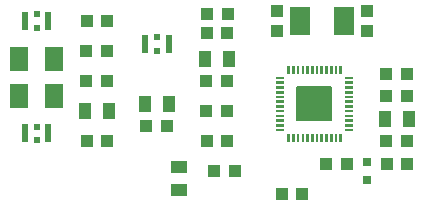
<source format=gbr>
G04 EAGLE Gerber X2 export*
%TF.Part,Single*%
%TF.FileFunction,Paste,Top*%
%TF.FilePolarity,Positive*%
%TF.GenerationSoftware,Autodesk,EAGLE,9.0.0*%
%TF.CreationDate,2018-05-01T00:51:56Z*%
G75*
%MOMM*%
%FSLAX34Y34*%
%LPD*%
%AMOC8*
5,1,8,0,0,1.08239X$1,22.5*%
G01*
%ADD10R,1.100000X1.400000*%
%ADD11R,1.000000X1.100000*%
%ADD12R,1.050000X1.080000*%
%ADD13R,1.400000X1.100000*%
%ADD14R,0.600000X1.600000*%
%ADD15R,0.600000X0.600000*%
%ADD16R,0.800000X0.800000*%
%ADD17R,1.500000X2.000000*%
%ADD18C,0.150000*%
%ADD19C,0.060000*%
%ADD20R,1.700000X2.400000*%


D10*
X440850Y101600D03*
X460850Y101600D03*
D11*
X425450Y175650D03*
X425450Y192650D03*
D12*
X256400Y95250D03*
X238900Y95250D03*
D13*
X266700Y60800D03*
X266700Y40800D03*
D12*
X307454Y174244D03*
X289954Y174244D03*
D10*
X206850Y107950D03*
X186850Y107950D03*
D12*
X205600Y133350D03*
X188100Y133350D03*
X391300Y63500D03*
X408800Y63500D03*
X307200Y107950D03*
X289700Y107950D03*
X442100Y139700D03*
X459600Y139700D03*
X296050Y57150D03*
X313550Y57150D03*
D10*
X308450Y152400D03*
X288450Y152400D03*
D12*
X307200Y133350D03*
X289700Y133350D03*
X442100Y120650D03*
X459600Y120650D03*
X307708Y189992D03*
X290208Y189992D03*
D10*
X257650Y114300D03*
X237650Y114300D03*
D12*
X442100Y82550D03*
X459600Y82550D03*
D11*
X349250Y175650D03*
X349250Y192650D03*
D14*
X237671Y164972D03*
X257650Y165000D03*
D15*
X247650Y159100D03*
X247650Y170900D03*
D14*
X156029Y89028D03*
X136050Y89000D03*
D15*
X146050Y94900D03*
X146050Y83100D03*
D14*
X156029Y184278D03*
X136050Y184250D03*
D15*
X146050Y190150D03*
X146050Y178350D03*
D16*
X425450Y49650D03*
X425450Y64650D03*
D17*
X161050Y120650D03*
X131050Y120650D03*
X161050Y152400D03*
X131050Y152400D03*
D11*
X459350Y63500D03*
X442350Y63500D03*
X188350Y82550D03*
X205350Y82550D03*
X353450Y38100D03*
X370450Y38100D03*
X205350Y184150D03*
X188350Y184150D03*
X306950Y82550D03*
X289950Y82550D03*
D12*
X205600Y158750D03*
X188100Y158750D03*
D18*
X366750Y100050D02*
X395250Y100050D01*
X366750Y100050D02*
X366750Y128550D01*
X395250Y128550D01*
X395250Y100050D01*
X395250Y101549D02*
X366750Y101549D01*
X366750Y103048D02*
X395250Y103048D01*
X395250Y104547D02*
X366750Y104547D01*
X366750Y106046D02*
X395250Y106046D01*
X395250Y107545D02*
X366750Y107545D01*
X366750Y109044D02*
X395250Y109044D01*
X395250Y110543D02*
X366750Y110543D01*
X366750Y112042D02*
X395250Y112042D01*
X395250Y113541D02*
X366750Y113541D01*
X366750Y115040D02*
X395250Y115040D01*
X395250Y116539D02*
X366750Y116539D01*
X366750Y118038D02*
X395250Y118038D01*
X395250Y119537D02*
X366750Y119537D01*
X366750Y121036D02*
X395250Y121036D01*
X395250Y122535D02*
X366750Y122535D01*
X366750Y124034D02*
X395250Y124034D01*
X395250Y125533D02*
X366750Y125533D01*
X366750Y127032D02*
X395250Y127032D01*
X395250Y128531D02*
X366750Y128531D01*
D19*
X349050Y135660D02*
X349050Y137060D01*
X354950Y137060D01*
X354950Y135660D01*
X349050Y135660D01*
X349050Y136259D02*
X354950Y136259D01*
X354950Y136858D02*
X349050Y136858D01*
X349050Y133060D02*
X349050Y131660D01*
X349050Y133060D02*
X354950Y133060D01*
X354950Y131660D01*
X349050Y131660D01*
X349050Y132259D02*
X354950Y132259D01*
X354950Y132858D02*
X349050Y132858D01*
X349050Y129060D02*
X349050Y127660D01*
X349050Y129060D02*
X354950Y129060D01*
X354950Y127660D01*
X349050Y127660D01*
X349050Y128259D02*
X354950Y128259D01*
X354950Y128858D02*
X349050Y128858D01*
X349050Y125060D02*
X349050Y123660D01*
X349050Y125060D02*
X354950Y125060D01*
X354950Y123660D01*
X349050Y123660D01*
X349050Y124259D02*
X354950Y124259D01*
X354950Y124858D02*
X349050Y124858D01*
X349050Y121060D02*
X349050Y119660D01*
X349050Y121060D02*
X354950Y121060D01*
X354950Y119660D01*
X349050Y119660D01*
X349050Y120259D02*
X354950Y120259D01*
X354950Y120858D02*
X349050Y120858D01*
X349050Y117060D02*
X349050Y115660D01*
X349050Y117060D02*
X354950Y117060D01*
X354950Y115660D01*
X349050Y115660D01*
X349050Y116259D02*
X354950Y116259D01*
X354950Y116858D02*
X349050Y116858D01*
X349050Y113060D02*
X349050Y111660D01*
X349050Y113060D02*
X354950Y113060D01*
X354950Y111660D01*
X349050Y111660D01*
X349050Y112259D02*
X354950Y112259D01*
X354950Y112858D02*
X349050Y112858D01*
X349050Y109060D02*
X349050Y107660D01*
X349050Y109060D02*
X354950Y109060D01*
X354950Y107660D01*
X349050Y107660D01*
X349050Y108259D02*
X354950Y108259D01*
X354950Y108858D02*
X349050Y108858D01*
X349050Y105060D02*
X349050Y103660D01*
X349050Y105060D02*
X354950Y105060D01*
X354950Y103660D01*
X349050Y103660D01*
X349050Y104259D02*
X354950Y104259D01*
X354950Y104858D02*
X349050Y104858D01*
X349050Y101060D02*
X349050Y99660D01*
X349050Y101060D02*
X354950Y101060D01*
X354950Y99660D01*
X349050Y99660D01*
X349050Y100259D02*
X354950Y100259D01*
X354950Y100858D02*
X349050Y100858D01*
X349050Y97060D02*
X349050Y95660D01*
X349050Y97060D02*
X354950Y97060D01*
X354950Y95660D01*
X349050Y95660D01*
X349050Y96259D02*
X354950Y96259D01*
X354950Y96858D02*
X349050Y96858D01*
X349050Y93060D02*
X349050Y91660D01*
X349050Y93060D02*
X354950Y93060D01*
X354950Y91660D01*
X349050Y91660D01*
X349050Y92259D02*
X354950Y92259D01*
X354950Y92858D02*
X349050Y92858D01*
X358300Y82410D02*
X359700Y82410D01*
X358300Y82410D02*
X358300Y88310D01*
X359700Y88310D01*
X359700Y82410D01*
X359700Y83009D02*
X358300Y83009D01*
X358300Y83608D02*
X359700Y83608D01*
X359700Y84207D02*
X358300Y84207D01*
X358300Y84806D02*
X359700Y84806D01*
X359700Y85405D02*
X358300Y85405D01*
X358300Y86004D02*
X359700Y86004D01*
X359700Y86603D02*
X358300Y86603D01*
X358300Y87202D02*
X359700Y87202D01*
X359700Y87801D02*
X358300Y87801D01*
X362300Y82410D02*
X363700Y82410D01*
X362300Y82410D02*
X362300Y88310D01*
X363700Y88310D01*
X363700Y82410D01*
X363700Y83009D02*
X362300Y83009D01*
X362300Y83608D02*
X363700Y83608D01*
X363700Y84207D02*
X362300Y84207D01*
X362300Y84806D02*
X363700Y84806D01*
X363700Y85405D02*
X362300Y85405D01*
X362300Y86004D02*
X363700Y86004D01*
X363700Y86603D02*
X362300Y86603D01*
X362300Y87202D02*
X363700Y87202D01*
X363700Y87801D02*
X362300Y87801D01*
X366300Y82410D02*
X367700Y82410D01*
X366300Y82410D02*
X366300Y88310D01*
X367700Y88310D01*
X367700Y82410D01*
X367700Y83009D02*
X366300Y83009D01*
X366300Y83608D02*
X367700Y83608D01*
X367700Y84207D02*
X366300Y84207D01*
X366300Y84806D02*
X367700Y84806D01*
X367700Y85405D02*
X366300Y85405D01*
X366300Y86004D02*
X367700Y86004D01*
X367700Y86603D02*
X366300Y86603D01*
X366300Y87202D02*
X367700Y87202D01*
X367700Y87801D02*
X366300Y87801D01*
X370300Y82410D02*
X371700Y82410D01*
X370300Y82410D02*
X370300Y88310D01*
X371700Y88310D01*
X371700Y82410D01*
X371700Y83009D02*
X370300Y83009D01*
X370300Y83608D02*
X371700Y83608D01*
X371700Y84207D02*
X370300Y84207D01*
X370300Y84806D02*
X371700Y84806D01*
X371700Y85405D02*
X370300Y85405D01*
X370300Y86004D02*
X371700Y86004D01*
X371700Y86603D02*
X370300Y86603D01*
X370300Y87202D02*
X371700Y87202D01*
X371700Y87801D02*
X370300Y87801D01*
X374300Y82410D02*
X375700Y82410D01*
X374300Y82410D02*
X374300Y88310D01*
X375700Y88310D01*
X375700Y82410D01*
X375700Y83009D02*
X374300Y83009D01*
X374300Y83608D02*
X375700Y83608D01*
X375700Y84207D02*
X374300Y84207D01*
X374300Y84806D02*
X375700Y84806D01*
X375700Y85405D02*
X374300Y85405D01*
X374300Y86004D02*
X375700Y86004D01*
X375700Y86603D02*
X374300Y86603D01*
X374300Y87202D02*
X375700Y87202D01*
X375700Y87801D02*
X374300Y87801D01*
X378300Y82410D02*
X379700Y82410D01*
X378300Y82410D02*
X378300Y88310D01*
X379700Y88310D01*
X379700Y82410D01*
X379700Y83009D02*
X378300Y83009D01*
X378300Y83608D02*
X379700Y83608D01*
X379700Y84207D02*
X378300Y84207D01*
X378300Y84806D02*
X379700Y84806D01*
X379700Y85405D02*
X378300Y85405D01*
X378300Y86004D02*
X379700Y86004D01*
X379700Y86603D02*
X378300Y86603D01*
X378300Y87202D02*
X379700Y87202D01*
X379700Y87801D02*
X378300Y87801D01*
X382300Y82410D02*
X383700Y82410D01*
X382300Y82410D02*
X382300Y88310D01*
X383700Y88310D01*
X383700Y82410D01*
X383700Y83009D02*
X382300Y83009D01*
X382300Y83608D02*
X383700Y83608D01*
X383700Y84207D02*
X382300Y84207D01*
X382300Y84806D02*
X383700Y84806D01*
X383700Y85405D02*
X382300Y85405D01*
X382300Y86004D02*
X383700Y86004D01*
X383700Y86603D02*
X382300Y86603D01*
X382300Y87202D02*
X383700Y87202D01*
X383700Y87801D02*
X382300Y87801D01*
X386300Y82410D02*
X387700Y82410D01*
X386300Y82410D02*
X386300Y88310D01*
X387700Y88310D01*
X387700Y82410D01*
X387700Y83009D02*
X386300Y83009D01*
X386300Y83608D02*
X387700Y83608D01*
X387700Y84207D02*
X386300Y84207D01*
X386300Y84806D02*
X387700Y84806D01*
X387700Y85405D02*
X386300Y85405D01*
X386300Y86004D02*
X387700Y86004D01*
X387700Y86603D02*
X386300Y86603D01*
X386300Y87202D02*
X387700Y87202D01*
X387700Y87801D02*
X386300Y87801D01*
X390300Y82410D02*
X391700Y82410D01*
X390300Y82410D02*
X390300Y88310D01*
X391700Y88310D01*
X391700Y82410D01*
X391700Y83009D02*
X390300Y83009D01*
X390300Y83608D02*
X391700Y83608D01*
X391700Y84207D02*
X390300Y84207D01*
X390300Y84806D02*
X391700Y84806D01*
X391700Y85405D02*
X390300Y85405D01*
X390300Y86004D02*
X391700Y86004D01*
X391700Y86603D02*
X390300Y86603D01*
X390300Y87202D02*
X391700Y87202D01*
X391700Y87801D02*
X390300Y87801D01*
X394300Y82410D02*
X395700Y82410D01*
X394300Y82410D02*
X394300Y88310D01*
X395700Y88310D01*
X395700Y82410D01*
X395700Y83009D02*
X394300Y83009D01*
X394300Y83608D02*
X395700Y83608D01*
X395700Y84207D02*
X394300Y84207D01*
X394300Y84806D02*
X395700Y84806D01*
X395700Y85405D02*
X394300Y85405D01*
X394300Y86004D02*
X395700Y86004D01*
X395700Y86603D02*
X394300Y86603D01*
X394300Y87202D02*
X395700Y87202D01*
X395700Y87801D02*
X394300Y87801D01*
X398300Y82410D02*
X399700Y82410D01*
X398300Y82410D02*
X398300Y88310D01*
X399700Y88310D01*
X399700Y82410D01*
X399700Y83009D02*
X398300Y83009D01*
X398300Y83608D02*
X399700Y83608D01*
X399700Y84207D02*
X398300Y84207D01*
X398300Y84806D02*
X399700Y84806D01*
X399700Y85405D02*
X398300Y85405D01*
X398300Y86004D02*
X399700Y86004D01*
X399700Y86603D02*
X398300Y86603D01*
X398300Y87202D02*
X399700Y87202D01*
X399700Y87801D02*
X398300Y87801D01*
X402300Y82410D02*
X403700Y82410D01*
X402300Y82410D02*
X402300Y88310D01*
X403700Y88310D01*
X403700Y82410D01*
X403700Y83009D02*
X402300Y83009D01*
X402300Y83608D02*
X403700Y83608D01*
X403700Y84207D02*
X402300Y84207D01*
X402300Y84806D02*
X403700Y84806D01*
X403700Y85405D02*
X402300Y85405D01*
X402300Y86004D02*
X403700Y86004D01*
X403700Y86603D02*
X402300Y86603D01*
X402300Y87202D02*
X403700Y87202D01*
X403700Y87801D02*
X402300Y87801D01*
X412950Y91660D02*
X412950Y93060D01*
X412950Y91660D02*
X407050Y91660D01*
X407050Y93060D01*
X412950Y93060D01*
X412950Y92259D02*
X407050Y92259D01*
X407050Y92858D02*
X412950Y92858D01*
X412950Y95660D02*
X412950Y97060D01*
X412950Y95660D02*
X407050Y95660D01*
X407050Y97060D01*
X412950Y97060D01*
X412950Y96259D02*
X407050Y96259D01*
X407050Y96858D02*
X412950Y96858D01*
X412950Y99660D02*
X412950Y101060D01*
X412950Y99660D02*
X407050Y99660D01*
X407050Y101060D01*
X412950Y101060D01*
X412950Y100259D02*
X407050Y100259D01*
X407050Y100858D02*
X412950Y100858D01*
X412950Y103660D02*
X412950Y105060D01*
X412950Y103660D02*
X407050Y103660D01*
X407050Y105060D01*
X412950Y105060D01*
X412950Y104259D02*
X407050Y104259D01*
X407050Y104858D02*
X412950Y104858D01*
X412950Y107660D02*
X412950Y109060D01*
X412950Y107660D02*
X407050Y107660D01*
X407050Y109060D01*
X412950Y109060D01*
X412950Y108259D02*
X407050Y108259D01*
X407050Y108858D02*
X412950Y108858D01*
X412950Y111660D02*
X412950Y113060D01*
X412950Y111660D02*
X407050Y111660D01*
X407050Y113060D01*
X412950Y113060D01*
X412950Y112259D02*
X407050Y112259D01*
X407050Y112858D02*
X412950Y112858D01*
X412950Y115660D02*
X412950Y117060D01*
X412950Y115660D02*
X407050Y115660D01*
X407050Y117060D01*
X412950Y117060D01*
X412950Y116259D02*
X407050Y116259D01*
X407050Y116858D02*
X412950Y116858D01*
X412950Y119660D02*
X412950Y121060D01*
X412950Y119660D02*
X407050Y119660D01*
X407050Y121060D01*
X412950Y121060D01*
X412950Y120259D02*
X407050Y120259D01*
X407050Y120858D02*
X412950Y120858D01*
X412950Y123660D02*
X412950Y125060D01*
X412950Y123660D02*
X407050Y123660D01*
X407050Y125060D01*
X412950Y125060D01*
X412950Y124259D02*
X407050Y124259D01*
X407050Y124858D02*
X412950Y124858D01*
X412950Y127660D02*
X412950Y129060D01*
X412950Y127660D02*
X407050Y127660D01*
X407050Y129060D01*
X412950Y129060D01*
X412950Y128259D02*
X407050Y128259D01*
X407050Y128858D02*
X412950Y128858D01*
X412950Y131660D02*
X412950Y133060D01*
X412950Y131660D02*
X407050Y131660D01*
X407050Y133060D01*
X412950Y133060D01*
X412950Y132259D02*
X407050Y132259D01*
X407050Y132858D02*
X412950Y132858D01*
X412950Y135660D02*
X412950Y137060D01*
X412950Y135660D02*
X407050Y135660D01*
X407050Y137060D01*
X412950Y137060D01*
X412950Y136259D02*
X407050Y136259D01*
X407050Y136858D02*
X412950Y136858D01*
X403700Y146310D02*
X402300Y146310D01*
X403700Y146310D02*
X403700Y140410D01*
X402300Y140410D01*
X402300Y146310D01*
X402300Y141009D02*
X403700Y141009D01*
X403700Y141608D02*
X402300Y141608D01*
X402300Y142207D02*
X403700Y142207D01*
X403700Y142806D02*
X402300Y142806D01*
X402300Y143405D02*
X403700Y143405D01*
X403700Y144004D02*
X402300Y144004D01*
X402300Y144603D02*
X403700Y144603D01*
X403700Y145202D02*
X402300Y145202D01*
X402300Y145801D02*
X403700Y145801D01*
X399700Y146310D02*
X398300Y146310D01*
X399700Y146310D02*
X399700Y140410D01*
X398300Y140410D01*
X398300Y146310D01*
X398300Y141009D02*
X399700Y141009D01*
X399700Y141608D02*
X398300Y141608D01*
X398300Y142207D02*
X399700Y142207D01*
X399700Y142806D02*
X398300Y142806D01*
X398300Y143405D02*
X399700Y143405D01*
X399700Y144004D02*
X398300Y144004D01*
X398300Y144603D02*
X399700Y144603D01*
X399700Y145202D02*
X398300Y145202D01*
X398300Y145801D02*
X399700Y145801D01*
X395700Y146310D02*
X394300Y146310D01*
X395700Y146310D02*
X395700Y140410D01*
X394300Y140410D01*
X394300Y146310D01*
X394300Y141009D02*
X395700Y141009D01*
X395700Y141608D02*
X394300Y141608D01*
X394300Y142207D02*
X395700Y142207D01*
X395700Y142806D02*
X394300Y142806D01*
X394300Y143405D02*
X395700Y143405D01*
X395700Y144004D02*
X394300Y144004D01*
X394300Y144603D02*
X395700Y144603D01*
X395700Y145202D02*
X394300Y145202D01*
X394300Y145801D02*
X395700Y145801D01*
X391700Y146310D02*
X390300Y146310D01*
X391700Y146310D02*
X391700Y140410D01*
X390300Y140410D01*
X390300Y146310D01*
X390300Y141009D02*
X391700Y141009D01*
X391700Y141608D02*
X390300Y141608D01*
X390300Y142207D02*
X391700Y142207D01*
X391700Y142806D02*
X390300Y142806D01*
X390300Y143405D02*
X391700Y143405D01*
X391700Y144004D02*
X390300Y144004D01*
X390300Y144603D02*
X391700Y144603D01*
X391700Y145202D02*
X390300Y145202D01*
X390300Y145801D02*
X391700Y145801D01*
X387700Y146310D02*
X386300Y146310D01*
X387700Y146310D02*
X387700Y140410D01*
X386300Y140410D01*
X386300Y146310D01*
X386300Y141009D02*
X387700Y141009D01*
X387700Y141608D02*
X386300Y141608D01*
X386300Y142207D02*
X387700Y142207D01*
X387700Y142806D02*
X386300Y142806D01*
X386300Y143405D02*
X387700Y143405D01*
X387700Y144004D02*
X386300Y144004D01*
X386300Y144603D02*
X387700Y144603D01*
X387700Y145202D02*
X386300Y145202D01*
X386300Y145801D02*
X387700Y145801D01*
X383700Y146310D02*
X382300Y146310D01*
X383700Y146310D02*
X383700Y140410D01*
X382300Y140410D01*
X382300Y146310D01*
X382300Y141009D02*
X383700Y141009D01*
X383700Y141608D02*
X382300Y141608D01*
X382300Y142207D02*
X383700Y142207D01*
X383700Y142806D02*
X382300Y142806D01*
X382300Y143405D02*
X383700Y143405D01*
X383700Y144004D02*
X382300Y144004D01*
X382300Y144603D02*
X383700Y144603D01*
X383700Y145202D02*
X382300Y145202D01*
X382300Y145801D02*
X383700Y145801D01*
X379700Y146310D02*
X378300Y146310D01*
X379700Y146310D02*
X379700Y140410D01*
X378300Y140410D01*
X378300Y146310D01*
X378300Y141009D02*
X379700Y141009D01*
X379700Y141608D02*
X378300Y141608D01*
X378300Y142207D02*
X379700Y142207D01*
X379700Y142806D02*
X378300Y142806D01*
X378300Y143405D02*
X379700Y143405D01*
X379700Y144004D02*
X378300Y144004D01*
X378300Y144603D02*
X379700Y144603D01*
X379700Y145202D02*
X378300Y145202D01*
X378300Y145801D02*
X379700Y145801D01*
X375700Y146310D02*
X374300Y146310D01*
X375700Y146310D02*
X375700Y140410D01*
X374300Y140410D01*
X374300Y146310D01*
X374300Y141009D02*
X375700Y141009D01*
X375700Y141608D02*
X374300Y141608D01*
X374300Y142207D02*
X375700Y142207D01*
X375700Y142806D02*
X374300Y142806D01*
X374300Y143405D02*
X375700Y143405D01*
X375700Y144004D02*
X374300Y144004D01*
X374300Y144603D02*
X375700Y144603D01*
X375700Y145202D02*
X374300Y145202D01*
X374300Y145801D02*
X375700Y145801D01*
X371700Y146310D02*
X370300Y146310D01*
X371700Y146310D02*
X371700Y140410D01*
X370300Y140410D01*
X370300Y146310D01*
X370300Y141009D02*
X371700Y141009D01*
X371700Y141608D02*
X370300Y141608D01*
X370300Y142207D02*
X371700Y142207D01*
X371700Y142806D02*
X370300Y142806D01*
X370300Y143405D02*
X371700Y143405D01*
X371700Y144004D02*
X370300Y144004D01*
X370300Y144603D02*
X371700Y144603D01*
X371700Y145202D02*
X370300Y145202D01*
X370300Y145801D02*
X371700Y145801D01*
X367700Y146310D02*
X366300Y146310D01*
X367700Y146310D02*
X367700Y140410D01*
X366300Y140410D01*
X366300Y146310D01*
X366300Y141009D02*
X367700Y141009D01*
X367700Y141608D02*
X366300Y141608D01*
X366300Y142207D02*
X367700Y142207D01*
X367700Y142806D02*
X366300Y142806D01*
X366300Y143405D02*
X367700Y143405D01*
X367700Y144004D02*
X366300Y144004D01*
X366300Y144603D02*
X367700Y144603D01*
X367700Y145202D02*
X366300Y145202D01*
X366300Y145801D02*
X367700Y145801D01*
X363700Y146310D02*
X362300Y146310D01*
X363700Y146310D02*
X363700Y140410D01*
X362300Y140410D01*
X362300Y146310D01*
X362300Y141009D02*
X363700Y141009D01*
X363700Y141608D02*
X362300Y141608D01*
X362300Y142207D02*
X363700Y142207D01*
X363700Y142806D02*
X362300Y142806D01*
X362300Y143405D02*
X363700Y143405D01*
X363700Y144004D02*
X362300Y144004D01*
X362300Y144603D02*
X363700Y144603D01*
X363700Y145202D02*
X362300Y145202D01*
X362300Y145801D02*
X363700Y145801D01*
X359700Y146310D02*
X358300Y146310D01*
X359700Y146310D02*
X359700Y140410D01*
X358300Y140410D01*
X358300Y146310D01*
X358300Y141009D02*
X359700Y141009D01*
X359700Y141608D02*
X358300Y141608D01*
X358300Y142207D02*
X359700Y142207D01*
X359700Y142806D02*
X358300Y142806D01*
X358300Y143405D02*
X359700Y143405D01*
X359700Y144004D02*
X358300Y144004D01*
X358300Y144603D02*
X359700Y144603D01*
X359700Y145202D02*
X358300Y145202D01*
X358300Y145801D02*
X359700Y145801D01*
D20*
X368850Y184150D03*
X405850Y184150D03*
M02*

</source>
